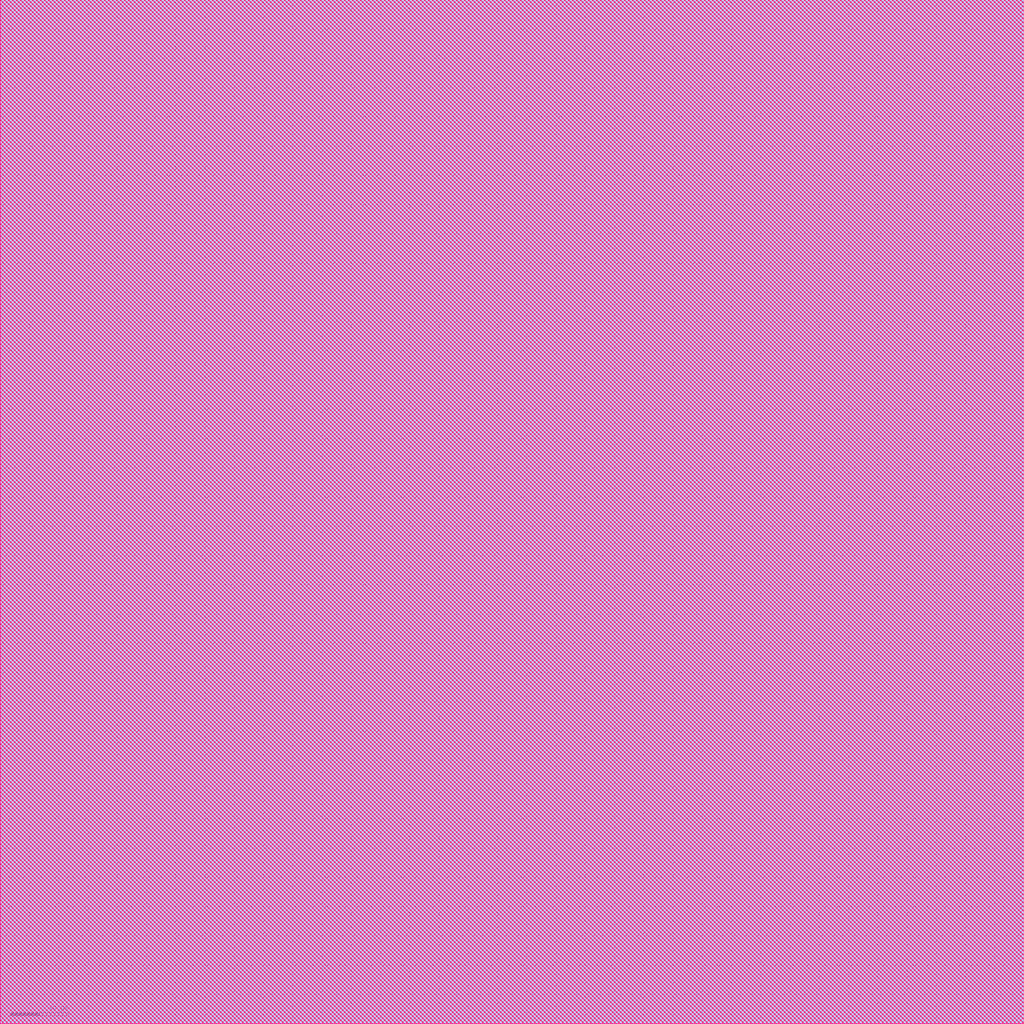
<source format=lef>
VERSION 5.3 ;
   NAMESCASESENSITIVE ON ;
   NOWIREEXTENSIONATPIN ON ;
   DIVIDERCHAR "/" ;
   BUSBITCHARS "[]" ;
UNITS
   DATABASE MICRONS 1000 ;
END UNITS
MACRO digital_out_pad
   CLASS BLOCK ;
   FOREIGN digital_out_pad ;
   ORIGIN -0.0000 -0.0000 ;
   SIZE 80.0000 BY 165.0000 ;
   PIN in3v
      PORT
         LAYER met2 ;
	    RECT 63.940000 0.000000 64.980000 4.000000 ;
      END
   END in3v
   PIN in
      PORT
         LAYER met2 ;
	    RECT 65.970000 0.000000 67.010000 4.000000 ;
      END
   END in
   PIN out
      PORT
         LAYER met2 ;
	    RECT 46.110000 0.000000 46.740000 3.770000 ;
      END
   END out
   PIN pullupb
      PORT
         LAYER met2 ;
	    RECT 72.345000 0.000000 72.895000 3.770000 ;
      END
   END pullupb
   PIN pulldownb
      PORT
         LAYER met2 ;
	    RECT 62.750000 0.000000 63.305000 3.785000 ;
      END
   END pulldownb
   PIN outenb
      PORT
         LAYER met2 ;
	    RECT 50.345000 0.000000 50.900000 3.770000 ;
      END
   END outenb
   OBS
     LAYER li1 ;
       RECT 0.000000 4.000000 80.0000 165.0000 ;
     LAYER met1 ;
       RECT 0.000000 4.000000 80.0000 165.0000 ;
     LAYER met2 ;
       RECT 0.000000 4.000000 80.0000 165.0000 ;
     LAYER met3 ;
       RECT 0.000000 4.000000 80.0000 165.0000 ;
     LAYER met4 ;
       RECT 0.000000 4.000000 80.0000 165.0000 ;
     LAYER met5 ;
       RECT 0.000000 4.000000 80.0000 165.0000 ;
   END
END digital_out_pad
MACRO analog200ohm_pad
   CLASS BLOCK ;
   FOREIGN analog200ohm_pad ;
   ORIGIN -0.0000 -0.0000 ;
   SIZE 80.0000 BY 165.0000 ;
   OBS
     LAYER li1 ;
       RECT 0.000000 0.000000 80.0000 165.0000 ;
     LAYER met1 ;
       RECT 0.000000 0.000000 80.0000 165.0000 ;
     LAYER met2 ;
       RECT 0.000000 0.000000 80.0000 165.0000 ;
     LAYER met3 ;
       RECT 0.000000 0.000000 80.0000 165.0000 ;
     LAYER met4 ;
       RECT 0.000000 0.000000 80.0000 165.0000 ;
     LAYER met5 ;
       RECT 0.000000 0.000000 80.0000 165.0000 ;
   END
END analog200ohm_pad
MACRO vddio_pad
   CLASS BLOCK ;
   FOREIGN vddio_pad ;
   ORIGIN -0.0000 -0.0000 ;
   SIZE 80.0000 BY 165.0000 ;
   PIN VDD1V8
      PORT
         LAYER met5 ;
	    RECT 0.0000 0.0000 0.5000 5.0000 ;
      END
   END VDD1V8
   PIN VSS
      PORT
         LAYER met5 ;
	    RECT 0.0000 7.0000 0.5000 22.0000 ;
      END
   END VSS
   PIN VDD3V3
      PORT
         LAYER met5 ;
	    RECT 0.0000 24.0000 0.5000 39.0000 ;
      END
   END VDD3V3
   PIN VSSIO
      PORT
         LAYER met5 ;
	    RECT 0.0000 41.0000 0.5000 56.0000 ;
      END
   END VSSIO
   PIN VDDIO
      PORT
         LAYER met5 ;
	    RECT 12.9050 83.4650 66.4750 144.3350 ;
      END
   END VDDIO
   OBS
     LAYER li1 ;
       RECT 0.000000 0.000000 0.0 0.0 ;
     LAYER met1 ;
       RECT 0.000000 0.000000 0.0 0.0 ;
     LAYER met2 ;
       RECT 0.000000 0.000000 0.0 0.0 ;
     LAYER met3 ;
       RECT 0.000000 0.000000 0.0 0.0 ;
     LAYER met4 ;
       RECT 0.000000 0.000000 0.0 0.0 ;
     LAYER met5 ;
       RECT 0.000000 0.000000 0.0 0.0 ;
   END
END vddio_pad
MACRO vdd1v8_pad
   CLASS BLOCK ;
   FOREIGN vdd1v8_pad ;
   ORIGIN -0.0000 -0.0000 ;
   SIZE 80.0000 BY 165.0000 ;
   PIN VDD1V8
      PORT
         LAYER met5 ;
	    RECT 0.0000 0.0000 0.5000 5.0000 ;
      END
   END VDD1V8
   PIN VSS
      PORT
         LAYER met5 ;
	    RECT 0.0000 7.0000 0.5000 22.0000 ;
      END
   END VSS
   PIN VDD3V3
      PORT
         LAYER met5 ;
	    RECT 0.0000 24.0000 0.5000 39.0000 ;
      END
   END VDD3V3
   PIN VSSIO
      PORT
         LAYER met5 ;
	    RECT 0.0000 41.0000 0.5000 56.0000 ;
      END
   END VSSIO
   PIN VDDIO
      PORT
         LAYER met5 ;
	    RECT 0.0000 58.0000 0.5000 73.0000 ;
      END
   END VDDIO
   OBS
     LAYER li1 ;
       RECT 0.000000 0.000000 0.0 0.0 ;
     LAYER met1 ;
       RECT 0.000000 0.000000 0.0 0.0 ;
     LAYER met2 ;
       RECT 0.000000 0.000000 0.0 0.0 ;
     LAYER met3 ;
       RECT 0.000000 0.000000 0.0 0.0 ;
     LAYER met4 ;
       RECT 0.000000 0.000000 0.0 0.0 ;
     LAYER met5 ;
       RECT 0.000000 0.000000 0.0 0.0 ;
   END
END vdd1v8_pad
MACRO vss_pad
   CLASS BLOCK ;
   FOREIGN vss_pad ;
   ORIGIN -0.0000 -0.0000 ;
   SIZE 80.0000 BY 165.0000 ;
   PIN VDD1V8
      PORT
         LAYER met5 ;
	    RECT 0.0000 0.0000 0.5000 5.0000 ;
      END
   END VDD1V8
   PIN VSS
      PORT
         LAYER met5 ;
	    RECT 0.0000 7.0000 0.5000 22.0000 ;
      END
   END VSS
   PIN VDD3V3
      PORT
         LAYER met5 ;
	    RECT 0.0000 24.0000 0.5000 39.0000 ;
      END
   END VDD3V3
   PIN VSSIO
      PORT
         LAYER met5 ;
	    RECT 0.0000 41.0000 0.5000 56.0000 ;
      END
   END VSSIO
   PIN VDDIO
      PORT
         LAYER met5 ;
	    RECT 0.0000 58.0000 0.5000 73.0000 ;
      END
   END VDDIO
   OBS
     LAYER li1 ;
       RECT 0.000000 0.000000 0.0 0.0 ;
     LAYER met1 ;
       RECT 0.000000 0.000000 0.0 0.0 ;
     LAYER met2 ;
       RECT 0.000000 0.000000 0.0 0.0 ;
     LAYER met3 ;
       RECT 0.000000 0.000000 0.0 0.0 ;
     LAYER met4 ;
       RECT 0.000000 0.000000 0.0 0.0 ;
     LAYER met5 ;
       RECT 0.000000 0.000000 0.0 0.0 ;
   END
END vss_pad
MACRO analog_pad
   CLASS BLOCK ;
   FOREIGN analog_pad ;
   ORIGIN -0.0000 -0.0000 ;
   SIZE 80.0000 BY 165.0000 ;
   OBS
     LAYER li1 ;
       RECT 0.000000 0.000000 80.0000 165.0000 ;
     LAYER met1 ;
       RECT 0.000000 0.000000 80.0000 165.0000 ;
     LAYER met2 ;
       RECT 0.000000 0.000000 80.0000 165.0000 ;
     LAYER met3 ;
       RECT 0.000000 0.000000 80.0000 165.0000 ;
     LAYER met4 ;
       RECT 0.000000 0.000000 80.0000 165.0000 ;
     LAYER met5 ;
       RECT 0.000000 0.000000 80.0000 165.0000 ;
   END
END analog_pad
MACRO pad_spacer_50um
   CLASS BLOCK ;
   FOREIGN pad_spacer_50um ;
   ORIGIN -0.0000 -0.0000 ;
   SIZE 50.0000 BY 165.0000 ;
   PIN VDD1V8
      PORT
         LAYER met5 ;
	    RECT 0.0000 0.0000 0.5000 5.0000 ;
      END
   END VDD1V8
   PIN VSS
      PORT
         LAYER met5 ;
	    RECT 0.0000 7.0000 0.5000 22.0000 ;
      END
   END VSS
   PIN VDD3V3
      PORT
         LAYER met5 ;
	    RECT 0.0000 24.0000 0.5000 39.0000 ;
      END
   END VDD3V3
   PIN VSSIO
      PORT
         LAYER met5 ;
	    RECT 0.0000 41.0000 0.5000 56.0000 ;
      END
   END VSSIO
   PIN VDDIO
      PORT
         LAYER met5 ;
	    RECT 0.0000 58.0000 0.5000 73.0000 ;
      END
   END VDDIO
   OBS
     LAYER li1 ;
       RECT 0.000000 0.000000 0.0 0.0 ;
     LAYER met1 ;
       RECT 0.000000 0.000000 0.0 0.0 ;
     LAYER met2 ;
       RECT 0.000000 0.000000 0.0 0.0 ;
     LAYER met3 ;
       RECT 0.000000 0.000000 0.0 0.0 ;
     LAYER met4 ;
       RECT 0.000000 0.000000 0.0 0.0 ;
     LAYER met5 ;
       RECT 0.000000 0.000000 0.0 0.0 ;
   END
END pad_spacer_50um
MACRO pad_spacer_20um
   CLASS BLOCK ;
   FOREIGN pad_spacer_20um ;
   ORIGIN 0.0000 0.0000 ;
   SIZE 20.0000 BY 165.0000 ;
   OBS
   END
END pad_spacer_20um
MACRO pad_spacer_10um
   CLASS BLOCK ;
   FOREIGN pad_spacer_10um ;
   ORIGIN -0.0000 -0.0000 ;
   SIZE 10.0000 BY 165.0000 ;
   PIN VDD1V8
      PORT
         LAYER met5 ;
	    RECT 9.5000 0.0000 10.0000 5.0000 ;
      END
   END VDD1V8
   PIN VSS
      PORT
         LAYER met5 ;
	    RECT 9.5000 7.0000 10.0000 22.0000 ;
      END
   END VSS
   PIN VDD3V3
      PORT
         LAYER met5 ;
	    RECT 9.5000 24.0000 10.0000 39.0000 ;
      END
   END VDD3V3
   PIN VSSIO
      PORT
         LAYER met5 ;
	    RECT 9.3000 155.0000 10.0000 165.0000 ;
      END
   END VSSIO
   PIN VDDIO
      PORT
         LAYER met5 ;
	    RECT 9.5000 58.0000 10.0000 73.0000 ;
      END
   END VDDIO
   OBS
     LAYER li1 ;
       RECT 0.000000 0.000000 0.0 0.0 ;
     LAYER met1 ;
       RECT 0.000000 0.000000 0.0 0.0 ;
     LAYER met2 ;
       RECT 0.000000 0.000000 0.0 0.0 ;
     LAYER met3 ;
       RECT 0.000000 0.000000 0.0 0.0 ;
     LAYER met4 ;
       RECT 0.000000 0.000000 0.0 0.0 ;
     LAYER met5 ;
       RECT 0.000000 0.000000 0.0 0.0 ;
   END
END pad_spacer_10um
MACRO pad_spacer_2um
   CLASS BLOCK ;
   FOREIGN pad_spacer_2um ;
   ORIGIN -0.0000 -0.0000 ;
   SIZE 2.0000 BY 165.0000 ;
   PIN VDD1V8
      PORT
         LAYER met5 ;
	    RECT 0.0000 0.0000 2.0000 5.0000 ;
      END
   END VDD1V8
   PIN VSS
      PORT
         LAYER met5 ;
	    RECT 0.0000 7.0000 2.0000 22.0000 ;
      END
   END VSS
   PIN VDD3V3
      PORT
         LAYER met5 ;
	    RECT 0.0000 24.0000 2.0000 39.0000 ;
      END
   END VDD3V3
   PIN VSSIO
      PORT
         LAYER met5 ;
	    RECT 0.0000 41.0000 2.0000 56.0000 ;
      END
   END VSSIO
   PIN VDDIO
      PORT
         LAYER met5 ;
	    RECT 0.0000 58.0000 2.0000 73.0000 ;
      END
   END VDDIO
   OBS
     LAYER li1 ;
       RECT 0.000000 0.000000 0.0 0.0 ;
     LAYER met1 ;
       RECT 0.000000 0.000000 0.0 0.0 ;
     LAYER met2 ;
       RECT 0.000000 0.000000 0.0 0.0 ;
     LAYER met3 ;
       RECT 0.000000 0.000000 0.0 0.0 ;
     LAYER met4 ;
       RECT 0.000000 0.000000 0.0 0.0 ;
     LAYER met5 ;
       RECT 0.000000 0.000000 0.0 0.0 ;
   END
END pad_spacer_2um
MACRO pad_spacer_1um
   CLASS BLOCK ;
   FOREIGN pad_spacer_1um ;
   ORIGIN -0.0000 -0.0000 ;
   SIZE 1.0000 BY 165.0000 ;
   PIN VDD1V8
      PORT
         LAYER met5 ;
	    RECT -0.3000 0.0000 1.3000 5.0000 ;
      END
   END VDD1V8
   PIN VSS
      PORT
         LAYER met5 ;
	    RECT -0.3000 7.0000 1.3000 22.0000 ;
      END
   END VSS
   PIN VDD3V3
      PORT
         LAYER met5 ;
	    RECT -0.3000 24.0000 1.3000 39.0000 ;
      END
   END VDD3V3
   PIN VSSIO
      PORT
         LAYER met5 ;
	    RECT -0.3000 41.0000 1.3000 56.0000 ;
      END
   END VSSIO
   PIN VDDIO
      PORT
         LAYER met5 ;
	    RECT -0.3000 58.0000 1.3000 73.0000 ;
      END
   END VDDIO
   OBS
     LAYER li1 ;
       RECT 0.000000 0.000000 0.0 0.0 ;
     LAYER met1 ;
       RECT 0.000000 0.000000 0.0 0.0 ;
     LAYER met2 ;
       RECT 0.000000 0.000000 0.0 0.0 ;
     LAYER met3 ;
       RECT 0.000000 0.000000 0.0 0.0 ;
     LAYER met4 ;
       RECT 0.000000 0.000000 0.0 0.0 ;
     LAYER met5 ;
       RECT 0.000000 0.000000 0.0 0.0 ;
   END
END pad_spacer_1um
MACRO vssio_pad
   CLASS BLOCK ;
   FOREIGN vssio_pad ;
   ORIGIN -0.0000 -0.0000 ;
   SIZE 80.0000 BY 165.0000 ;
   PIN VDD1V8
      PORT
         LAYER met5 ;
	    RECT 0.0000 0.0000 0.5000 5.0000 ;
      END
   END VDD1V8
   PIN VSS
      PORT
         LAYER met5 ;
	    RECT 0.0000 7.0000 0.5000 22.0000 ;
      END
   END VSS
   PIN VDD3V3
      PORT
         LAYER met5 ;
	    RECT 0.0000 24.0000 0.5000 39.0000 ;
      END
   END VDD3V3
   PIN VSSIO
      PORT
         LAYER met5 ;
	    RECT 0.0000 41.0000 0.5000 56.0000 ;
      END
   END VSSIO
   PIN VDDIO
      PORT
         LAYER met5 ;
	    RECT 0.0000 58.0000 0.5000 73.0000 ;
      END
   END VDDIO
   OBS
     LAYER li1 ;
       RECT 0.000000 0.000000 0.0 0.0 ;
     LAYER met1 ;
       RECT 0.000000 0.000000 0.0 0.0 ;
     LAYER met2 ;
       RECT 0.000000 0.000000 0.0 0.0 ;
     LAYER met3 ;
       RECT 0.000000 0.000000 0.0 0.0 ;
     LAYER met4 ;
       RECT 0.000000 0.000000 0.0 0.0 ;
     LAYER met5 ;
       RECT 0.000000 0.000000 0.0 0.0 ;
   END
END vssio_pad
MACRO vdd3v3_pad
   CLASS BLOCK ;
   FOREIGN vdd3v3_pad ;
   ORIGIN -0.0000 -0.0000 ;
   SIZE 80.0000 BY 165.0000 ;
   PIN VDD1V8
      PORT
         LAYER met5 ;
	    RECT 0.0000 0.0000 0.5000 5.0000 ;
      END
   END VDD1V8
   PIN VSS
      PORT
         LAYER met5 ;
	    RECT 0.0000 7.0000 0.5000 22.0000 ;
      END
   END VSS
   PIN VDD3V3
      PORT
         LAYER met5 ;
	    RECT 0.0000 24.0000 0.5000 39.0000 ;
      END
   END VDD3V3
   PIN VSSIO
      PORT
         LAYER met5 ;
	    RECT 0.0000 41.0000 0.5000 56.0000 ;
      END
   END VSSIO
   PIN VDDIO
      PORT
         LAYER met5 ;
	    RECT 0.0000 58.0000 0.5000 73.0000 ;
      END
   END VDDIO
   OBS
     LAYER li1 ;
       RECT 0.000000 0.000000 0.0 0.0 ;
     LAYER met1 ;
       RECT 0.000000 0.000000 0.0 0.0 ;
     LAYER met2 ;
       RECT 0.000000 0.000000 0.0 0.0 ;
     LAYER met3 ;
       RECT 0.000000 0.000000 0.0 0.0 ;
     LAYER met4 ;
       RECT 0.000000 0.000000 0.0 0.0 ;
     LAYER met5 ;
       RECT 0.000000 0.000000 0.0 0.0 ;
   END
END vdd3v3_pad
MACRO pad_spacer_5um
   CLASS BLOCK ;
   FOREIGN pad_spacer_5um ;
   ORIGIN -0.0000 -0.0000 ;
   SIZE 5.0000 BY 165.0000 ;
   PIN VDD1V8
      PORT
         LAYER met5 ;
	    RECT 4.5000 0.0000 5.0000 5.0000 ;
      END
   END VDD1V8
   PIN VSS
      PORT
         LAYER met5 ;
	    RECT 4.5000 7.0000 5.0000 22.0000 ;
      END
   END VSS
   PIN VDD3V3
      PORT
         LAYER met5 ;
	    RECT 4.5000 24.0000 5.0000 39.0000 ;
      END
   END VDD3V3
   PIN VSSIO
      PORT
         LAYER met5 ;
	    RECT 4.5000 41.0000 5.0000 56.0000 ;
      END
   END VSSIO
   PIN VDDIO
      PORT
         LAYER met5 ;
	    RECT 4.5000 58.0000 5.0000 73.0000 ;
      END
   END VDDIO
   OBS
     LAYER li1 ;
       RECT 0.000000 0.000000 0.0 0.0 ;
     LAYER met1 ;
       RECT 0.000000 0.000000 0.0 0.0 ;
     LAYER met2 ;
       RECT 0.000000 0.000000 0.0 0.0 ;
     LAYER met3 ;
       RECT 0.000000 0.000000 0.0 0.0 ;
     LAYER met4 ;
       RECT 0.000000 0.000000 0.0 0.0 ;
     LAYER met5 ;
       RECT 0.000000 0.000000 0.0 0.0 ;
   END
END pad_spacer_5um
MACRO digital_in_pad
   CLASS BLOCK ;
   FOREIGN digital_in_pad ;
   ORIGIN -0.0000 -0.0000 ;
   SIZE 80.0000 BY 165.0000 ;
   PIN in3v
      PORT
         LAYER met2 ;
	    RECT 63.890000 0.000000 64.930000 4.000000 ;
      END
   END in3v
   PIN in
      PORT
         LAYER met2 ;
	    RECT 65.920000 0.000000 66.960000 4.000000 ;
      END
   END in
   OBS
     LAYER li1 ;
       RECT 0.000000 4.000000 80.0000 165.0000 ;
     LAYER met1 ;
       RECT 0.000000 4.000000 80.0000 165.0000 ;
     LAYER met2 ;
       RECT 0.000000 4.000000 80.0000 165.0000 ;
     LAYER met3 ;
       RECT 0.000000 4.000000 80.0000 165.0000 ;
     LAYER met4 ;
       RECT 0.000000 4.000000 80.0000 165.0000 ;
     LAYER met5 ;
       RECT 0.000000 4.000000 80.0000 165.0000 ;
   END
END digital_in_pad
MACRO corner_pad
   CLASS BLOCK ;
   FOREIGN corner_pad ;
   ORIGIN -0.0000 -0.0000 ;
   SIZE 175.0000 BY 175.0000 ;
   OBS
     LAYER li1 ;
       RECT 0.000000 0.000000 175.0000 175.0000 ;
     LAYER met1 ;
       RECT 0.000000 0.000000 175.0000 175.0000 ;
     LAYER met2 ;
       RECT 0.000000 0.000000 175.0000 175.0000 ;
     LAYER met3 ;
       RECT 0.000000 0.000000 175.0000 175.0000 ;
     LAYER met4 ;
       RECT 0.000000 0.000000 175.0000 175.0000 ;
     LAYER met5 ;
       RECT 0.000000 0.000000 175.0000 175.0000 ;
   END
END corner_pad
END LIBRARY ;

</source>
